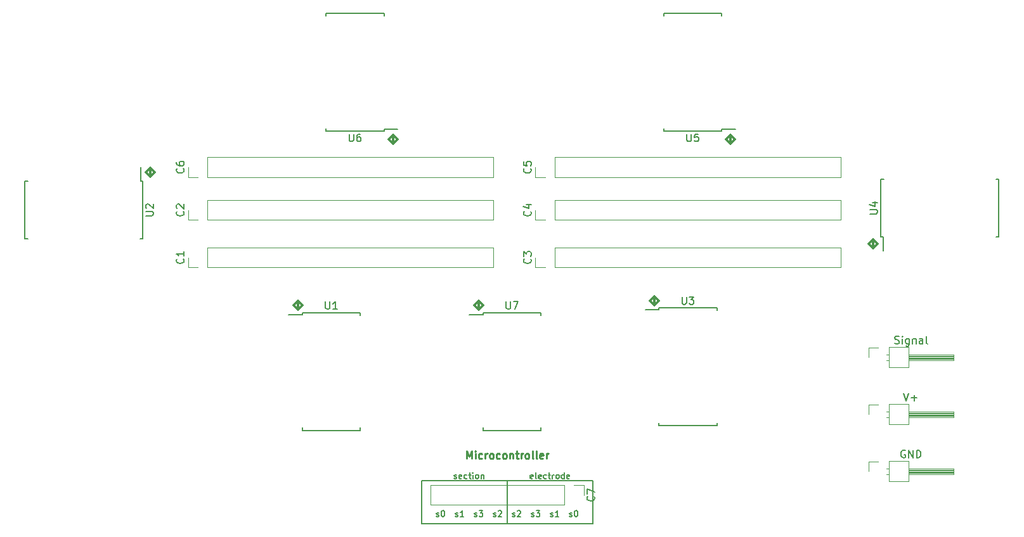
<source format=gto>
G04 #@! TF.FileFunction,Legend,Top*
%FSLAX46Y46*%
G04 Gerber Fmt 4.6, Leading zero omitted, Abs format (unit mm)*
G04 Created by KiCad (PCBNEW 4.0.6) date Tuesday, April 17, 2018 'PMt' 09:28:30 PM*
%MOMM*%
%LPD*%
G01*
G04 APERTURE LIST*
%ADD10C,0.100000*%
%ADD11C,0.300000*%
%ADD12C,0.200000*%
%ADD13C,0.250000*%
%ADD14C,0.150000*%
%ADD15C,0.120000*%
G04 APERTURE END LIST*
D10*
D11*
X100330001Y-77560714D02*
X100934762Y-78165476D01*
X100330001Y-78770238D01*
X99725239Y-78165476D01*
X100330001Y-77560714D01*
X100330001Y-78770238D01*
D12*
X151384286Y-119068810D02*
X151308096Y-119106905D01*
X151155715Y-119106905D01*
X151079524Y-119068810D01*
X151041429Y-118992619D01*
X151041429Y-118687857D01*
X151079524Y-118611667D01*
X151155715Y-118573571D01*
X151308096Y-118573571D01*
X151384286Y-118611667D01*
X151422381Y-118687857D01*
X151422381Y-118764048D01*
X151041429Y-118840238D01*
X151879524Y-119106905D02*
X151803333Y-119068810D01*
X151765238Y-118992619D01*
X151765238Y-118306905D01*
X152489048Y-119068810D02*
X152412858Y-119106905D01*
X152260477Y-119106905D01*
X152184286Y-119068810D01*
X152146191Y-118992619D01*
X152146191Y-118687857D01*
X152184286Y-118611667D01*
X152260477Y-118573571D01*
X152412858Y-118573571D01*
X152489048Y-118611667D01*
X152527143Y-118687857D01*
X152527143Y-118764048D01*
X152146191Y-118840238D01*
X153212857Y-119068810D02*
X153136667Y-119106905D01*
X152984286Y-119106905D01*
X152908095Y-119068810D01*
X152870000Y-119030714D01*
X152831905Y-118954524D01*
X152831905Y-118725952D01*
X152870000Y-118649762D01*
X152908095Y-118611667D01*
X152984286Y-118573571D01*
X153136667Y-118573571D01*
X153212857Y-118611667D01*
X153441428Y-118573571D02*
X153746190Y-118573571D01*
X153555714Y-118306905D02*
X153555714Y-118992619D01*
X153593809Y-119068810D01*
X153670000Y-119106905D01*
X153746190Y-119106905D01*
X154012857Y-119106905D02*
X154012857Y-118573571D01*
X154012857Y-118725952D02*
X154050952Y-118649762D01*
X154089048Y-118611667D01*
X154165238Y-118573571D01*
X154241429Y-118573571D01*
X154622381Y-119106905D02*
X154546190Y-119068810D01*
X154508095Y-119030714D01*
X154470000Y-118954524D01*
X154470000Y-118725952D01*
X154508095Y-118649762D01*
X154546190Y-118611667D01*
X154622381Y-118573571D01*
X154736667Y-118573571D01*
X154812857Y-118611667D01*
X154850952Y-118649762D01*
X154889048Y-118725952D01*
X154889048Y-118954524D01*
X154850952Y-119030714D01*
X154812857Y-119068810D01*
X154736667Y-119106905D01*
X154622381Y-119106905D01*
X155574762Y-119106905D02*
X155574762Y-118306905D01*
X155574762Y-119068810D02*
X155498572Y-119106905D01*
X155346191Y-119106905D01*
X155270000Y-119068810D01*
X155231905Y-119030714D01*
X155193810Y-118954524D01*
X155193810Y-118725952D01*
X155231905Y-118649762D01*
X155270000Y-118611667D01*
X155346191Y-118573571D01*
X155498572Y-118573571D01*
X155574762Y-118611667D01*
X156260477Y-119068810D02*
X156184287Y-119106905D01*
X156031906Y-119106905D01*
X155955715Y-119068810D01*
X155917620Y-118992619D01*
X155917620Y-118687857D01*
X155955715Y-118611667D01*
X156031906Y-118573571D01*
X156184287Y-118573571D01*
X156260477Y-118611667D01*
X156298572Y-118687857D01*
X156298572Y-118764048D01*
X155917620Y-118840238D01*
X140875000Y-119068810D02*
X140951190Y-119106905D01*
X141103571Y-119106905D01*
X141179762Y-119068810D01*
X141217857Y-118992619D01*
X141217857Y-118954524D01*
X141179762Y-118878333D01*
X141103571Y-118840238D01*
X140989286Y-118840238D01*
X140913095Y-118802143D01*
X140875000Y-118725952D01*
X140875000Y-118687857D01*
X140913095Y-118611667D01*
X140989286Y-118573571D01*
X141103571Y-118573571D01*
X141179762Y-118611667D01*
X141865476Y-119068810D02*
X141789286Y-119106905D01*
X141636905Y-119106905D01*
X141560714Y-119068810D01*
X141522619Y-118992619D01*
X141522619Y-118687857D01*
X141560714Y-118611667D01*
X141636905Y-118573571D01*
X141789286Y-118573571D01*
X141865476Y-118611667D01*
X141903571Y-118687857D01*
X141903571Y-118764048D01*
X141522619Y-118840238D01*
X142589285Y-119068810D02*
X142513095Y-119106905D01*
X142360714Y-119106905D01*
X142284523Y-119068810D01*
X142246428Y-119030714D01*
X142208333Y-118954524D01*
X142208333Y-118725952D01*
X142246428Y-118649762D01*
X142284523Y-118611667D01*
X142360714Y-118573571D01*
X142513095Y-118573571D01*
X142589285Y-118611667D01*
X142817856Y-118573571D02*
X143122618Y-118573571D01*
X142932142Y-118306905D02*
X142932142Y-118992619D01*
X142970237Y-119068810D01*
X143046428Y-119106905D01*
X143122618Y-119106905D01*
X143389285Y-119106905D02*
X143389285Y-118573571D01*
X143389285Y-118306905D02*
X143351190Y-118345000D01*
X143389285Y-118383095D01*
X143427380Y-118345000D01*
X143389285Y-118306905D01*
X143389285Y-118383095D01*
X143884523Y-119106905D02*
X143808332Y-119068810D01*
X143770237Y-119030714D01*
X143732142Y-118954524D01*
X143732142Y-118725952D01*
X143770237Y-118649762D01*
X143808332Y-118611667D01*
X143884523Y-118573571D01*
X143998809Y-118573571D01*
X144074999Y-118611667D01*
X144113094Y-118649762D01*
X144151190Y-118725952D01*
X144151190Y-118954524D01*
X144113094Y-119030714D01*
X144074999Y-119068810D01*
X143998809Y-119106905D01*
X143884523Y-119106905D01*
X144494047Y-118573571D02*
X144494047Y-119106905D01*
X144494047Y-118649762D02*
X144532142Y-118611667D01*
X144608333Y-118573571D01*
X144722619Y-118573571D01*
X144798809Y-118611667D01*
X144836904Y-118687857D01*
X144836904Y-119106905D01*
X159385000Y-119380000D02*
X147955000Y-119380000D01*
X159385000Y-125095000D02*
X159385000Y-119380000D01*
X147955000Y-125095000D02*
X159385000Y-125095000D01*
X136525000Y-125095000D02*
X147955000Y-125095000D01*
X136525000Y-119380000D02*
X136525000Y-125095000D01*
X147955000Y-119380000D02*
X136525000Y-119380000D01*
X147955000Y-125095000D02*
X147955000Y-119380000D01*
X151212619Y-124148810D02*
X151288809Y-124186905D01*
X151441190Y-124186905D01*
X151517381Y-124148810D01*
X151555476Y-124072619D01*
X151555476Y-124034524D01*
X151517381Y-123958333D01*
X151441190Y-123920238D01*
X151326905Y-123920238D01*
X151250714Y-123882143D01*
X151212619Y-123805952D01*
X151212619Y-123767857D01*
X151250714Y-123691667D01*
X151326905Y-123653571D01*
X151441190Y-123653571D01*
X151517381Y-123691667D01*
X151822143Y-123386905D02*
X152317381Y-123386905D01*
X152050714Y-123691667D01*
X152165000Y-123691667D01*
X152241190Y-123729762D01*
X152279286Y-123767857D01*
X152317381Y-123844048D01*
X152317381Y-124034524D01*
X152279286Y-124110714D01*
X152241190Y-124148810D01*
X152165000Y-124186905D01*
X151936428Y-124186905D01*
X151860238Y-124148810D01*
X151822143Y-124110714D01*
X153752619Y-124148810D02*
X153828809Y-124186905D01*
X153981190Y-124186905D01*
X154057381Y-124148810D01*
X154095476Y-124072619D01*
X154095476Y-124034524D01*
X154057381Y-123958333D01*
X153981190Y-123920238D01*
X153866905Y-123920238D01*
X153790714Y-123882143D01*
X153752619Y-123805952D01*
X153752619Y-123767857D01*
X153790714Y-123691667D01*
X153866905Y-123653571D01*
X153981190Y-123653571D01*
X154057381Y-123691667D01*
X154857381Y-124186905D02*
X154400238Y-124186905D01*
X154628809Y-124186905D02*
X154628809Y-123386905D01*
X154552619Y-123501190D01*
X154476428Y-123577381D01*
X154400238Y-123615476D01*
X156292619Y-124148810D02*
X156368809Y-124186905D01*
X156521190Y-124186905D01*
X156597381Y-124148810D01*
X156635476Y-124072619D01*
X156635476Y-124034524D01*
X156597381Y-123958333D01*
X156521190Y-123920238D01*
X156406905Y-123920238D01*
X156330714Y-123882143D01*
X156292619Y-123805952D01*
X156292619Y-123767857D01*
X156330714Y-123691667D01*
X156406905Y-123653571D01*
X156521190Y-123653571D01*
X156597381Y-123691667D01*
X157130714Y-123386905D02*
X157206905Y-123386905D01*
X157283095Y-123425000D01*
X157321190Y-123463095D01*
X157359286Y-123539286D01*
X157397381Y-123691667D01*
X157397381Y-123882143D01*
X157359286Y-124034524D01*
X157321190Y-124110714D01*
X157283095Y-124148810D01*
X157206905Y-124186905D01*
X157130714Y-124186905D01*
X157054524Y-124148810D01*
X157016428Y-124110714D01*
X156978333Y-124034524D01*
X156940238Y-123882143D01*
X156940238Y-123691667D01*
X156978333Y-123539286D01*
X157016428Y-123463095D01*
X157054524Y-123425000D01*
X157130714Y-123386905D01*
X148672619Y-124148810D02*
X148748809Y-124186905D01*
X148901190Y-124186905D01*
X148977381Y-124148810D01*
X149015476Y-124072619D01*
X149015476Y-124034524D01*
X148977381Y-123958333D01*
X148901190Y-123920238D01*
X148786905Y-123920238D01*
X148710714Y-123882143D01*
X148672619Y-123805952D01*
X148672619Y-123767857D01*
X148710714Y-123691667D01*
X148786905Y-123653571D01*
X148901190Y-123653571D01*
X148977381Y-123691667D01*
X149320238Y-123463095D02*
X149358333Y-123425000D01*
X149434524Y-123386905D01*
X149625000Y-123386905D01*
X149701190Y-123425000D01*
X149739286Y-123463095D01*
X149777381Y-123539286D01*
X149777381Y-123615476D01*
X149739286Y-123729762D01*
X149282143Y-124186905D01*
X149777381Y-124186905D01*
X146132619Y-124148810D02*
X146208809Y-124186905D01*
X146361190Y-124186905D01*
X146437381Y-124148810D01*
X146475476Y-124072619D01*
X146475476Y-124034524D01*
X146437381Y-123958333D01*
X146361190Y-123920238D01*
X146246905Y-123920238D01*
X146170714Y-123882143D01*
X146132619Y-123805952D01*
X146132619Y-123767857D01*
X146170714Y-123691667D01*
X146246905Y-123653571D01*
X146361190Y-123653571D01*
X146437381Y-123691667D01*
X146780238Y-123463095D02*
X146818333Y-123425000D01*
X146894524Y-123386905D01*
X147085000Y-123386905D01*
X147161190Y-123425000D01*
X147199286Y-123463095D01*
X147237381Y-123539286D01*
X147237381Y-123615476D01*
X147199286Y-123729762D01*
X146742143Y-124186905D01*
X147237381Y-124186905D01*
X143592619Y-124148810D02*
X143668809Y-124186905D01*
X143821190Y-124186905D01*
X143897381Y-124148810D01*
X143935476Y-124072619D01*
X143935476Y-124034524D01*
X143897381Y-123958333D01*
X143821190Y-123920238D01*
X143706905Y-123920238D01*
X143630714Y-123882143D01*
X143592619Y-123805952D01*
X143592619Y-123767857D01*
X143630714Y-123691667D01*
X143706905Y-123653571D01*
X143821190Y-123653571D01*
X143897381Y-123691667D01*
X144202143Y-123386905D02*
X144697381Y-123386905D01*
X144430714Y-123691667D01*
X144545000Y-123691667D01*
X144621190Y-123729762D01*
X144659286Y-123767857D01*
X144697381Y-123844048D01*
X144697381Y-124034524D01*
X144659286Y-124110714D01*
X144621190Y-124148810D01*
X144545000Y-124186905D01*
X144316428Y-124186905D01*
X144240238Y-124148810D01*
X144202143Y-124110714D01*
X141052619Y-124148810D02*
X141128809Y-124186905D01*
X141281190Y-124186905D01*
X141357381Y-124148810D01*
X141395476Y-124072619D01*
X141395476Y-124034524D01*
X141357381Y-123958333D01*
X141281190Y-123920238D01*
X141166905Y-123920238D01*
X141090714Y-123882143D01*
X141052619Y-123805952D01*
X141052619Y-123767857D01*
X141090714Y-123691667D01*
X141166905Y-123653571D01*
X141281190Y-123653571D01*
X141357381Y-123691667D01*
X142157381Y-124186905D02*
X141700238Y-124186905D01*
X141928809Y-124186905D02*
X141928809Y-123386905D01*
X141852619Y-123501190D01*
X141776428Y-123577381D01*
X141700238Y-123615476D01*
X138512619Y-124148810D02*
X138588809Y-124186905D01*
X138741190Y-124186905D01*
X138817381Y-124148810D01*
X138855476Y-124072619D01*
X138855476Y-124034524D01*
X138817381Y-123958333D01*
X138741190Y-123920238D01*
X138626905Y-123920238D01*
X138550714Y-123882143D01*
X138512619Y-123805952D01*
X138512619Y-123767857D01*
X138550714Y-123691667D01*
X138626905Y-123653571D01*
X138741190Y-123653571D01*
X138817381Y-123691667D01*
X139350714Y-123386905D02*
X139426905Y-123386905D01*
X139503095Y-123425000D01*
X139541190Y-123463095D01*
X139579286Y-123539286D01*
X139617381Y-123691667D01*
X139617381Y-123882143D01*
X139579286Y-124034524D01*
X139541190Y-124110714D01*
X139503095Y-124148810D01*
X139426905Y-124186905D01*
X139350714Y-124186905D01*
X139274524Y-124148810D01*
X139236428Y-124110714D01*
X139198333Y-124034524D01*
X139160238Y-123882143D01*
X139160238Y-123691667D01*
X139198333Y-123539286D01*
X139236428Y-123463095D01*
X139274524Y-123425000D01*
X139350714Y-123386905D01*
D13*
X142550237Y-116417381D02*
X142550237Y-115417381D01*
X142883571Y-116131667D01*
X143216904Y-115417381D01*
X143216904Y-116417381D01*
X143693094Y-116417381D02*
X143693094Y-115750714D01*
X143693094Y-115417381D02*
X143645475Y-115465000D01*
X143693094Y-115512619D01*
X143740713Y-115465000D01*
X143693094Y-115417381D01*
X143693094Y-115512619D01*
X144597856Y-116369762D02*
X144502618Y-116417381D01*
X144312141Y-116417381D01*
X144216903Y-116369762D01*
X144169284Y-116322143D01*
X144121665Y-116226905D01*
X144121665Y-115941190D01*
X144169284Y-115845952D01*
X144216903Y-115798333D01*
X144312141Y-115750714D01*
X144502618Y-115750714D01*
X144597856Y-115798333D01*
X145026427Y-116417381D02*
X145026427Y-115750714D01*
X145026427Y-115941190D02*
X145074046Y-115845952D01*
X145121665Y-115798333D01*
X145216903Y-115750714D01*
X145312142Y-115750714D01*
X145788332Y-116417381D02*
X145693094Y-116369762D01*
X145645475Y-116322143D01*
X145597856Y-116226905D01*
X145597856Y-115941190D01*
X145645475Y-115845952D01*
X145693094Y-115798333D01*
X145788332Y-115750714D01*
X145931190Y-115750714D01*
X146026428Y-115798333D01*
X146074047Y-115845952D01*
X146121666Y-115941190D01*
X146121666Y-116226905D01*
X146074047Y-116322143D01*
X146026428Y-116369762D01*
X145931190Y-116417381D01*
X145788332Y-116417381D01*
X146978809Y-116369762D02*
X146883571Y-116417381D01*
X146693094Y-116417381D01*
X146597856Y-116369762D01*
X146550237Y-116322143D01*
X146502618Y-116226905D01*
X146502618Y-115941190D01*
X146550237Y-115845952D01*
X146597856Y-115798333D01*
X146693094Y-115750714D01*
X146883571Y-115750714D01*
X146978809Y-115798333D01*
X147550237Y-116417381D02*
X147454999Y-116369762D01*
X147407380Y-116322143D01*
X147359761Y-116226905D01*
X147359761Y-115941190D01*
X147407380Y-115845952D01*
X147454999Y-115798333D01*
X147550237Y-115750714D01*
X147693095Y-115750714D01*
X147788333Y-115798333D01*
X147835952Y-115845952D01*
X147883571Y-115941190D01*
X147883571Y-116226905D01*
X147835952Y-116322143D01*
X147788333Y-116369762D01*
X147693095Y-116417381D01*
X147550237Y-116417381D01*
X148312142Y-115750714D02*
X148312142Y-116417381D01*
X148312142Y-115845952D02*
X148359761Y-115798333D01*
X148454999Y-115750714D01*
X148597857Y-115750714D01*
X148693095Y-115798333D01*
X148740714Y-115893571D01*
X148740714Y-116417381D01*
X149074047Y-115750714D02*
X149454999Y-115750714D01*
X149216904Y-115417381D02*
X149216904Y-116274524D01*
X149264523Y-116369762D01*
X149359761Y-116417381D01*
X149454999Y-116417381D01*
X149788333Y-116417381D02*
X149788333Y-115750714D01*
X149788333Y-115941190D02*
X149835952Y-115845952D01*
X149883571Y-115798333D01*
X149978809Y-115750714D01*
X150074048Y-115750714D01*
X150550238Y-116417381D02*
X150455000Y-116369762D01*
X150407381Y-116322143D01*
X150359762Y-116226905D01*
X150359762Y-115941190D01*
X150407381Y-115845952D01*
X150455000Y-115798333D01*
X150550238Y-115750714D01*
X150693096Y-115750714D01*
X150788334Y-115798333D01*
X150835953Y-115845952D01*
X150883572Y-115941190D01*
X150883572Y-116226905D01*
X150835953Y-116322143D01*
X150788334Y-116369762D01*
X150693096Y-116417381D01*
X150550238Y-116417381D01*
X151455000Y-116417381D02*
X151359762Y-116369762D01*
X151312143Y-116274524D01*
X151312143Y-115417381D01*
X151978810Y-116417381D02*
X151883572Y-116369762D01*
X151835953Y-116274524D01*
X151835953Y-115417381D01*
X152740716Y-116369762D02*
X152645478Y-116417381D01*
X152455001Y-116417381D01*
X152359763Y-116369762D01*
X152312144Y-116274524D01*
X152312144Y-115893571D01*
X152359763Y-115798333D01*
X152455001Y-115750714D01*
X152645478Y-115750714D01*
X152740716Y-115798333D01*
X152788335Y-115893571D01*
X152788335Y-115988810D01*
X152312144Y-116084048D01*
X153216906Y-116417381D02*
X153216906Y-115750714D01*
X153216906Y-115941190D02*
X153264525Y-115845952D01*
X153312144Y-115798333D01*
X153407382Y-115750714D01*
X153502621Y-115750714D01*
D11*
X120015001Y-95340714D02*
X120619762Y-95945476D01*
X120015001Y-96550238D01*
X119410239Y-95945476D01*
X120015001Y-95340714D01*
X120015001Y-96550238D01*
X144145001Y-95340714D02*
X144749762Y-95945476D01*
X144145001Y-96550238D01*
X143540239Y-95945476D01*
X144145001Y-95340714D01*
X144145001Y-96550238D01*
X167640001Y-94705714D02*
X168244762Y-95310476D01*
X167640001Y-95915238D01*
X167035239Y-95310476D01*
X167640001Y-94705714D01*
X167640001Y-95915238D01*
X196850001Y-87085714D02*
X197454762Y-87690476D01*
X196850001Y-88295238D01*
X196245239Y-87690476D01*
X196850001Y-87085714D01*
X196850001Y-88295238D01*
X177800001Y-73115714D02*
X178404762Y-73720476D01*
X177800001Y-74325238D01*
X177195239Y-73720476D01*
X177800001Y-73115714D01*
X177800001Y-74325238D01*
X132715001Y-73115714D02*
X133319762Y-73720476D01*
X132715001Y-74325238D01*
X132110239Y-73720476D01*
X132715001Y-73115714D01*
X132715001Y-74325238D01*
D14*
X99315000Y-79310000D02*
X99040000Y-79310000D01*
X99315000Y-87060000D02*
X98950000Y-87060000D01*
X83565000Y-87060000D02*
X83930000Y-87060000D01*
X83565000Y-79310000D02*
X83930000Y-79310000D01*
X99315000Y-79310000D02*
X99315000Y-87060000D01*
X83565000Y-79310000D02*
X83565000Y-87060000D01*
X99040000Y-79310000D02*
X99040000Y-77485000D01*
X176595000Y-72645000D02*
X176595000Y-72370000D01*
X168845000Y-72645000D02*
X168845000Y-72280000D01*
X168845000Y-56895000D02*
X168845000Y-57260000D01*
X176595000Y-56895000D02*
X176595000Y-57260000D01*
X176595000Y-72645000D02*
X168845000Y-72645000D01*
X176595000Y-56895000D02*
X168845000Y-56895000D01*
X176595000Y-72370000D02*
X178420000Y-72370000D01*
D15*
X192465000Y-84515000D02*
X192465000Y-81855000D01*
X154305000Y-84515000D02*
X192465000Y-84515000D01*
X154305000Y-81855000D02*
X192465000Y-81855000D01*
X154305000Y-84515000D02*
X154305000Y-81855000D01*
X153035000Y-84515000D02*
X151705000Y-84515000D01*
X151705000Y-84515000D02*
X151705000Y-83185000D01*
D14*
X197865000Y-86805000D02*
X198140000Y-86805000D01*
X197865000Y-79055000D02*
X198230000Y-79055000D01*
X213615000Y-79055000D02*
X213250000Y-79055000D01*
X213615000Y-86805000D02*
X213250000Y-86805000D01*
X197865000Y-86805000D02*
X197865000Y-79055000D01*
X213615000Y-86805000D02*
X213615000Y-79055000D01*
X198140000Y-86805000D02*
X198140000Y-88630000D01*
D15*
X146110000Y-90865000D02*
X146110000Y-88205000D01*
X107950000Y-90865000D02*
X146110000Y-90865000D01*
X107950000Y-88205000D02*
X146110000Y-88205000D01*
X107950000Y-90865000D02*
X107950000Y-88205000D01*
X106680000Y-90865000D02*
X105350000Y-90865000D01*
X105350000Y-90865000D02*
X105350000Y-89535000D01*
X146110000Y-84515000D02*
X146110000Y-81855000D01*
X107950000Y-84515000D02*
X146110000Y-84515000D01*
X107950000Y-81855000D02*
X146110000Y-81855000D01*
X107950000Y-84515000D02*
X107950000Y-81855000D01*
X106680000Y-84515000D02*
X105350000Y-84515000D01*
X105350000Y-84515000D02*
X105350000Y-83185000D01*
X192465000Y-90865000D02*
X192465000Y-88205000D01*
X154305000Y-90865000D02*
X192465000Y-90865000D01*
X154305000Y-88205000D02*
X192465000Y-88205000D01*
X154305000Y-90865000D02*
X154305000Y-88205000D01*
X153035000Y-90865000D02*
X151705000Y-90865000D01*
X151705000Y-90865000D02*
X151705000Y-89535000D01*
X192465000Y-78800000D02*
X192465000Y-76140000D01*
X154305000Y-78800000D02*
X192465000Y-78800000D01*
X154305000Y-76140000D02*
X192465000Y-76140000D01*
X154305000Y-78800000D02*
X154305000Y-76140000D01*
X153035000Y-78800000D02*
X151705000Y-78800000D01*
X151705000Y-78800000D02*
X151705000Y-77470000D01*
X146110000Y-78800000D02*
X146110000Y-76140000D01*
X107950000Y-78800000D02*
X146110000Y-78800000D01*
X107950000Y-76140000D02*
X146110000Y-76140000D01*
X107950000Y-78800000D02*
X107950000Y-76140000D01*
X106680000Y-78800000D02*
X105350000Y-78800000D01*
X105350000Y-78800000D02*
X105350000Y-77470000D01*
X137735000Y-119955000D02*
X137735000Y-122615000D01*
X155575000Y-119955000D02*
X137735000Y-119955000D01*
X155575000Y-122615000D02*
X137735000Y-122615000D01*
X155575000Y-119955000D02*
X155575000Y-122615000D01*
X156845000Y-119955000D02*
X158175000Y-119955000D01*
X158175000Y-119955000D02*
X158175000Y-121285000D01*
X198925000Y-116780000D02*
X198925000Y-119440000D01*
X198925000Y-119440000D02*
X201585000Y-119440000D01*
X201585000Y-119440000D02*
X201585000Y-116780000D01*
X201585000Y-116780000D02*
X198925000Y-116780000D01*
X201585000Y-117730000D02*
X207585000Y-117730000D01*
X207585000Y-117730000D02*
X207585000Y-118490000D01*
X207585000Y-118490000D02*
X201585000Y-118490000D01*
X201585000Y-117790000D02*
X207585000Y-117790000D01*
X201585000Y-117910000D02*
X207585000Y-117910000D01*
X201585000Y-118030000D02*
X207585000Y-118030000D01*
X201585000Y-118150000D02*
X207585000Y-118150000D01*
X201585000Y-118270000D02*
X207585000Y-118270000D01*
X201585000Y-118390000D02*
X207585000Y-118390000D01*
X198595000Y-117730000D02*
X198925000Y-117730000D01*
X198595000Y-118490000D02*
X198925000Y-118490000D01*
X196215000Y-118110000D02*
X196215000Y-116840000D01*
X196215000Y-116840000D02*
X197485000Y-116840000D01*
X198925000Y-109160000D02*
X198925000Y-111820000D01*
X198925000Y-111820000D02*
X201585000Y-111820000D01*
X201585000Y-111820000D02*
X201585000Y-109160000D01*
X201585000Y-109160000D02*
X198925000Y-109160000D01*
X201585000Y-110110000D02*
X207585000Y-110110000D01*
X207585000Y-110110000D02*
X207585000Y-110870000D01*
X207585000Y-110870000D02*
X201585000Y-110870000D01*
X201585000Y-110170000D02*
X207585000Y-110170000D01*
X201585000Y-110290000D02*
X207585000Y-110290000D01*
X201585000Y-110410000D02*
X207585000Y-110410000D01*
X201585000Y-110530000D02*
X207585000Y-110530000D01*
X201585000Y-110650000D02*
X207585000Y-110650000D01*
X201585000Y-110770000D02*
X207585000Y-110770000D01*
X198595000Y-110110000D02*
X198925000Y-110110000D01*
X198595000Y-110870000D02*
X198925000Y-110870000D01*
X196215000Y-110490000D02*
X196215000Y-109220000D01*
X196215000Y-109220000D02*
X197485000Y-109220000D01*
X198925000Y-101540000D02*
X198925000Y-104200000D01*
X198925000Y-104200000D02*
X201585000Y-104200000D01*
X201585000Y-104200000D02*
X201585000Y-101540000D01*
X201585000Y-101540000D02*
X198925000Y-101540000D01*
X201585000Y-102490000D02*
X207585000Y-102490000D01*
X207585000Y-102490000D02*
X207585000Y-103250000D01*
X207585000Y-103250000D02*
X201585000Y-103250000D01*
X201585000Y-102550000D02*
X207585000Y-102550000D01*
X201585000Y-102670000D02*
X207585000Y-102670000D01*
X201585000Y-102790000D02*
X207585000Y-102790000D01*
X201585000Y-102910000D02*
X207585000Y-102910000D01*
X201585000Y-103030000D02*
X207585000Y-103030000D01*
X201585000Y-103150000D02*
X207585000Y-103150000D01*
X198595000Y-102490000D02*
X198925000Y-102490000D01*
X198595000Y-103250000D02*
X198925000Y-103250000D01*
X196215000Y-102870000D02*
X196215000Y-101600000D01*
X196215000Y-101600000D02*
X197485000Y-101600000D01*
D14*
X120585000Y-96900000D02*
X120585000Y-97175000D01*
X128335000Y-96900000D02*
X128335000Y-97265000D01*
X128335000Y-112650000D02*
X128335000Y-112285000D01*
X120585000Y-112650000D02*
X120585000Y-112285000D01*
X120585000Y-96900000D02*
X128335000Y-96900000D01*
X120585000Y-112650000D02*
X128335000Y-112650000D01*
X120585000Y-97175000D02*
X118760000Y-97175000D01*
X168210000Y-96265000D02*
X168210000Y-96540000D01*
X175960000Y-96265000D02*
X175960000Y-96630000D01*
X175960000Y-112015000D02*
X175960000Y-111650000D01*
X168210000Y-112015000D02*
X168210000Y-111650000D01*
X168210000Y-96265000D02*
X175960000Y-96265000D01*
X168210000Y-112015000D02*
X175960000Y-112015000D01*
X168210000Y-96540000D02*
X166385000Y-96540000D01*
X131510000Y-72645000D02*
X131510000Y-72370000D01*
X123760000Y-72645000D02*
X123760000Y-72280000D01*
X123760000Y-56895000D02*
X123760000Y-57260000D01*
X131510000Y-56895000D02*
X131510000Y-57260000D01*
X131510000Y-72645000D02*
X123760000Y-72645000D01*
X131510000Y-56895000D02*
X123760000Y-56895000D01*
X131510000Y-72370000D02*
X133335000Y-72370000D01*
X144715000Y-96900000D02*
X144715000Y-97175000D01*
X152465000Y-96900000D02*
X152465000Y-97265000D01*
X152465000Y-112650000D02*
X152465000Y-112285000D01*
X144715000Y-112650000D02*
X144715000Y-112285000D01*
X144715000Y-96900000D02*
X152465000Y-96900000D01*
X144715000Y-112650000D02*
X152465000Y-112650000D01*
X144715000Y-97175000D02*
X142890000Y-97175000D01*
X99692381Y-83946905D02*
X100501905Y-83946905D01*
X100597143Y-83899286D01*
X100644762Y-83851667D01*
X100692381Y-83756429D01*
X100692381Y-83565952D01*
X100644762Y-83470714D01*
X100597143Y-83423095D01*
X100501905Y-83375476D01*
X99692381Y-83375476D01*
X99787619Y-82946905D02*
X99740000Y-82899286D01*
X99692381Y-82804048D01*
X99692381Y-82565952D01*
X99740000Y-82470714D01*
X99787619Y-82423095D01*
X99882857Y-82375476D01*
X99978095Y-82375476D01*
X100120952Y-82423095D01*
X100692381Y-82994524D01*
X100692381Y-82375476D01*
X171958095Y-73022381D02*
X171958095Y-73831905D01*
X172005714Y-73927143D01*
X172053333Y-73974762D01*
X172148571Y-74022381D01*
X172339048Y-74022381D01*
X172434286Y-73974762D01*
X172481905Y-73927143D01*
X172529524Y-73831905D01*
X172529524Y-73022381D01*
X173481905Y-73022381D02*
X173005714Y-73022381D01*
X172958095Y-73498571D01*
X173005714Y-73450952D01*
X173100952Y-73403333D01*
X173339048Y-73403333D01*
X173434286Y-73450952D01*
X173481905Y-73498571D01*
X173529524Y-73593810D01*
X173529524Y-73831905D01*
X173481905Y-73927143D01*
X173434286Y-73974762D01*
X173339048Y-74022381D01*
X173100952Y-74022381D01*
X173005714Y-73974762D01*
X172958095Y-73927143D01*
X151062143Y-83351666D02*
X151109762Y-83399285D01*
X151157381Y-83542142D01*
X151157381Y-83637380D01*
X151109762Y-83780238D01*
X151014524Y-83875476D01*
X150919286Y-83923095D01*
X150728810Y-83970714D01*
X150585952Y-83970714D01*
X150395476Y-83923095D01*
X150300238Y-83875476D01*
X150205000Y-83780238D01*
X150157381Y-83637380D01*
X150157381Y-83542142D01*
X150205000Y-83399285D01*
X150252619Y-83351666D01*
X150490714Y-82494523D02*
X151157381Y-82494523D01*
X150109762Y-82732619D02*
X150824048Y-82970714D01*
X150824048Y-82351666D01*
X196392381Y-83691905D02*
X197201905Y-83691905D01*
X197297143Y-83644286D01*
X197344762Y-83596667D01*
X197392381Y-83501429D01*
X197392381Y-83310952D01*
X197344762Y-83215714D01*
X197297143Y-83168095D01*
X197201905Y-83120476D01*
X196392381Y-83120476D01*
X196725714Y-82215714D02*
X197392381Y-82215714D01*
X196344762Y-82453810D02*
X197059048Y-82691905D01*
X197059048Y-82072857D01*
X104707143Y-89701666D02*
X104754762Y-89749285D01*
X104802381Y-89892142D01*
X104802381Y-89987380D01*
X104754762Y-90130238D01*
X104659524Y-90225476D01*
X104564286Y-90273095D01*
X104373810Y-90320714D01*
X104230952Y-90320714D01*
X104040476Y-90273095D01*
X103945238Y-90225476D01*
X103850000Y-90130238D01*
X103802381Y-89987380D01*
X103802381Y-89892142D01*
X103850000Y-89749285D01*
X103897619Y-89701666D01*
X104802381Y-88749285D02*
X104802381Y-89320714D01*
X104802381Y-89035000D02*
X103802381Y-89035000D01*
X103945238Y-89130238D01*
X104040476Y-89225476D01*
X104088095Y-89320714D01*
X104707143Y-83351666D02*
X104754762Y-83399285D01*
X104802381Y-83542142D01*
X104802381Y-83637380D01*
X104754762Y-83780238D01*
X104659524Y-83875476D01*
X104564286Y-83923095D01*
X104373810Y-83970714D01*
X104230952Y-83970714D01*
X104040476Y-83923095D01*
X103945238Y-83875476D01*
X103850000Y-83780238D01*
X103802381Y-83637380D01*
X103802381Y-83542142D01*
X103850000Y-83399285D01*
X103897619Y-83351666D01*
X103897619Y-82970714D02*
X103850000Y-82923095D01*
X103802381Y-82827857D01*
X103802381Y-82589761D01*
X103850000Y-82494523D01*
X103897619Y-82446904D01*
X103992857Y-82399285D01*
X104088095Y-82399285D01*
X104230952Y-82446904D01*
X104802381Y-83018333D01*
X104802381Y-82399285D01*
X151062143Y-89701666D02*
X151109762Y-89749285D01*
X151157381Y-89892142D01*
X151157381Y-89987380D01*
X151109762Y-90130238D01*
X151014524Y-90225476D01*
X150919286Y-90273095D01*
X150728810Y-90320714D01*
X150585952Y-90320714D01*
X150395476Y-90273095D01*
X150300238Y-90225476D01*
X150205000Y-90130238D01*
X150157381Y-89987380D01*
X150157381Y-89892142D01*
X150205000Y-89749285D01*
X150252619Y-89701666D01*
X150157381Y-89368333D02*
X150157381Y-88749285D01*
X150538333Y-89082619D01*
X150538333Y-88939761D01*
X150585952Y-88844523D01*
X150633571Y-88796904D01*
X150728810Y-88749285D01*
X150966905Y-88749285D01*
X151062143Y-88796904D01*
X151109762Y-88844523D01*
X151157381Y-88939761D01*
X151157381Y-89225476D01*
X151109762Y-89320714D01*
X151062143Y-89368333D01*
X151062143Y-77636666D02*
X151109762Y-77684285D01*
X151157381Y-77827142D01*
X151157381Y-77922380D01*
X151109762Y-78065238D01*
X151014524Y-78160476D01*
X150919286Y-78208095D01*
X150728810Y-78255714D01*
X150585952Y-78255714D01*
X150395476Y-78208095D01*
X150300238Y-78160476D01*
X150205000Y-78065238D01*
X150157381Y-77922380D01*
X150157381Y-77827142D01*
X150205000Y-77684285D01*
X150252619Y-77636666D01*
X150157381Y-76731904D02*
X150157381Y-77208095D01*
X150633571Y-77255714D01*
X150585952Y-77208095D01*
X150538333Y-77112857D01*
X150538333Y-76874761D01*
X150585952Y-76779523D01*
X150633571Y-76731904D01*
X150728810Y-76684285D01*
X150966905Y-76684285D01*
X151062143Y-76731904D01*
X151109762Y-76779523D01*
X151157381Y-76874761D01*
X151157381Y-77112857D01*
X151109762Y-77208095D01*
X151062143Y-77255714D01*
X104707143Y-77636666D02*
X104754762Y-77684285D01*
X104802381Y-77827142D01*
X104802381Y-77922380D01*
X104754762Y-78065238D01*
X104659524Y-78160476D01*
X104564286Y-78208095D01*
X104373810Y-78255714D01*
X104230952Y-78255714D01*
X104040476Y-78208095D01*
X103945238Y-78160476D01*
X103850000Y-78065238D01*
X103802381Y-77922380D01*
X103802381Y-77827142D01*
X103850000Y-77684285D01*
X103897619Y-77636666D01*
X103802381Y-76779523D02*
X103802381Y-76970000D01*
X103850000Y-77065238D01*
X103897619Y-77112857D01*
X104040476Y-77208095D01*
X104230952Y-77255714D01*
X104611905Y-77255714D01*
X104707143Y-77208095D01*
X104754762Y-77160476D01*
X104802381Y-77065238D01*
X104802381Y-76874761D01*
X104754762Y-76779523D01*
X104707143Y-76731904D01*
X104611905Y-76684285D01*
X104373810Y-76684285D01*
X104278571Y-76731904D01*
X104230952Y-76779523D01*
X104183333Y-76874761D01*
X104183333Y-77065238D01*
X104230952Y-77160476D01*
X104278571Y-77208095D01*
X104373810Y-77255714D01*
X159532143Y-121451666D02*
X159579762Y-121499285D01*
X159627381Y-121642142D01*
X159627381Y-121737380D01*
X159579762Y-121880238D01*
X159484524Y-121975476D01*
X159389286Y-122023095D01*
X159198810Y-122070714D01*
X159055952Y-122070714D01*
X158865476Y-122023095D01*
X158770238Y-121975476D01*
X158675000Y-121880238D01*
X158627381Y-121737380D01*
X158627381Y-121642142D01*
X158675000Y-121499285D01*
X158722619Y-121451666D01*
X158627381Y-121118333D02*
X158627381Y-120451666D01*
X159627381Y-120880238D01*
X201108096Y-115340000D02*
X201012858Y-115292381D01*
X200870001Y-115292381D01*
X200727143Y-115340000D01*
X200631905Y-115435238D01*
X200584286Y-115530476D01*
X200536667Y-115720952D01*
X200536667Y-115863810D01*
X200584286Y-116054286D01*
X200631905Y-116149524D01*
X200727143Y-116244762D01*
X200870001Y-116292381D01*
X200965239Y-116292381D01*
X201108096Y-116244762D01*
X201155715Y-116197143D01*
X201155715Y-115863810D01*
X200965239Y-115863810D01*
X201584286Y-116292381D02*
X201584286Y-115292381D01*
X202155715Y-116292381D01*
X202155715Y-115292381D01*
X202631905Y-116292381D02*
X202631905Y-115292381D01*
X202870000Y-115292381D01*
X203012858Y-115340000D01*
X203108096Y-115435238D01*
X203155715Y-115530476D01*
X203203334Y-115720952D01*
X203203334Y-115863810D01*
X203155715Y-116054286D01*
X203108096Y-116149524D01*
X203012858Y-116244762D01*
X202870000Y-116292381D01*
X202631905Y-116292381D01*
X200917619Y-107672381D02*
X201250952Y-108672381D01*
X201584286Y-107672381D01*
X201917619Y-108291429D02*
X202679524Y-108291429D01*
X202298572Y-108672381D02*
X202298572Y-107910476D01*
X199727143Y-101004762D02*
X199870000Y-101052381D01*
X200108096Y-101052381D01*
X200203334Y-101004762D01*
X200250953Y-100957143D01*
X200298572Y-100861905D01*
X200298572Y-100766667D01*
X200250953Y-100671429D01*
X200203334Y-100623810D01*
X200108096Y-100576190D01*
X199917619Y-100528571D01*
X199822381Y-100480952D01*
X199774762Y-100433333D01*
X199727143Y-100338095D01*
X199727143Y-100242857D01*
X199774762Y-100147619D01*
X199822381Y-100100000D01*
X199917619Y-100052381D01*
X200155715Y-100052381D01*
X200298572Y-100100000D01*
X200727143Y-101052381D02*
X200727143Y-100385714D01*
X200727143Y-100052381D02*
X200679524Y-100100000D01*
X200727143Y-100147619D01*
X200774762Y-100100000D01*
X200727143Y-100052381D01*
X200727143Y-100147619D01*
X201631905Y-100385714D02*
X201631905Y-101195238D01*
X201584286Y-101290476D01*
X201536667Y-101338095D01*
X201441428Y-101385714D01*
X201298571Y-101385714D01*
X201203333Y-101338095D01*
X201631905Y-101004762D02*
X201536667Y-101052381D01*
X201346190Y-101052381D01*
X201250952Y-101004762D01*
X201203333Y-100957143D01*
X201155714Y-100861905D01*
X201155714Y-100576190D01*
X201203333Y-100480952D01*
X201250952Y-100433333D01*
X201346190Y-100385714D01*
X201536667Y-100385714D01*
X201631905Y-100433333D01*
X202108095Y-100385714D02*
X202108095Y-101052381D01*
X202108095Y-100480952D02*
X202155714Y-100433333D01*
X202250952Y-100385714D01*
X202393810Y-100385714D01*
X202489048Y-100433333D01*
X202536667Y-100528571D01*
X202536667Y-101052381D01*
X203441429Y-101052381D02*
X203441429Y-100528571D01*
X203393810Y-100433333D01*
X203298572Y-100385714D01*
X203108095Y-100385714D01*
X203012857Y-100433333D01*
X203441429Y-101004762D02*
X203346191Y-101052381D01*
X203108095Y-101052381D01*
X203012857Y-101004762D01*
X202965238Y-100909524D01*
X202965238Y-100814286D01*
X203012857Y-100719048D01*
X203108095Y-100671429D01*
X203346191Y-100671429D01*
X203441429Y-100623810D01*
X204060476Y-101052381D02*
X203965238Y-101004762D01*
X203917619Y-100909524D01*
X203917619Y-100052381D01*
X123698095Y-95427381D02*
X123698095Y-96236905D01*
X123745714Y-96332143D01*
X123793333Y-96379762D01*
X123888571Y-96427381D01*
X124079048Y-96427381D01*
X124174286Y-96379762D01*
X124221905Y-96332143D01*
X124269524Y-96236905D01*
X124269524Y-95427381D01*
X125269524Y-96427381D02*
X124698095Y-96427381D01*
X124983809Y-96427381D02*
X124983809Y-95427381D01*
X124888571Y-95570238D01*
X124793333Y-95665476D01*
X124698095Y-95713095D01*
X171323095Y-94792381D02*
X171323095Y-95601905D01*
X171370714Y-95697143D01*
X171418333Y-95744762D01*
X171513571Y-95792381D01*
X171704048Y-95792381D01*
X171799286Y-95744762D01*
X171846905Y-95697143D01*
X171894524Y-95601905D01*
X171894524Y-94792381D01*
X172275476Y-94792381D02*
X172894524Y-94792381D01*
X172561190Y-95173333D01*
X172704048Y-95173333D01*
X172799286Y-95220952D01*
X172846905Y-95268571D01*
X172894524Y-95363810D01*
X172894524Y-95601905D01*
X172846905Y-95697143D01*
X172799286Y-95744762D01*
X172704048Y-95792381D01*
X172418333Y-95792381D01*
X172323095Y-95744762D01*
X172275476Y-95697143D01*
X126873095Y-73022381D02*
X126873095Y-73831905D01*
X126920714Y-73927143D01*
X126968333Y-73974762D01*
X127063571Y-74022381D01*
X127254048Y-74022381D01*
X127349286Y-73974762D01*
X127396905Y-73927143D01*
X127444524Y-73831905D01*
X127444524Y-73022381D01*
X128349286Y-73022381D02*
X128158809Y-73022381D01*
X128063571Y-73070000D01*
X128015952Y-73117619D01*
X127920714Y-73260476D01*
X127873095Y-73450952D01*
X127873095Y-73831905D01*
X127920714Y-73927143D01*
X127968333Y-73974762D01*
X128063571Y-74022381D01*
X128254048Y-74022381D01*
X128349286Y-73974762D01*
X128396905Y-73927143D01*
X128444524Y-73831905D01*
X128444524Y-73593810D01*
X128396905Y-73498571D01*
X128349286Y-73450952D01*
X128254048Y-73403333D01*
X128063571Y-73403333D01*
X127968333Y-73450952D01*
X127920714Y-73498571D01*
X127873095Y-73593810D01*
X147828095Y-95427381D02*
X147828095Y-96236905D01*
X147875714Y-96332143D01*
X147923333Y-96379762D01*
X148018571Y-96427381D01*
X148209048Y-96427381D01*
X148304286Y-96379762D01*
X148351905Y-96332143D01*
X148399524Y-96236905D01*
X148399524Y-95427381D01*
X148780476Y-95427381D02*
X149447143Y-95427381D01*
X149018571Y-96427381D01*
M02*

</source>
